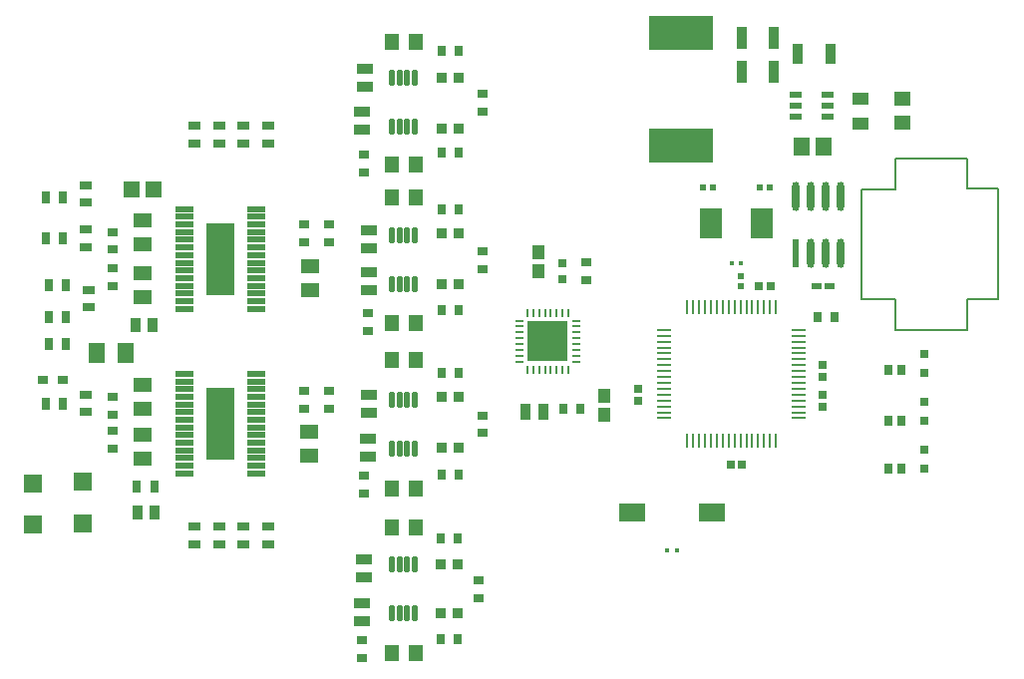
<source format=gtp>
G04*
G04 #@! TF.GenerationSoftware,Altium Limited,Altium Designer,22.9.1 (49)*
G04*
G04 Layer_Color=8421504*
%FSLAX24Y24*%
%MOIN*%
G70*
G04*
G04 #@! TF.SameCoordinates,1C4C81CE-4E44-4544-AACE-53C2D62CD198*
G04*
G04*
G04 #@! TF.FilePolarity,Positive*
G04*
G01*
G75*
%ADD15C,0.0070*%
%ADD17R,0.0295X0.0394*%
%ADD18R,0.0394X0.0295*%
%ADD19R,0.0600X0.0600*%
%ADD20R,0.0377X0.0497*%
G04:AMPARAMS|DCode=21|XSize=9.8mil|YSize=27.6mil|CornerRadius=2mil|HoleSize=0mil|Usage=FLASHONLY|Rotation=180.000|XOffset=0mil|YOffset=0mil|HoleType=Round|Shape=RoundedRectangle|*
%AMROUNDEDRECTD21*
21,1,0.0098,0.0236,0,0,180.0*
21,1,0.0059,0.0276,0,0,180.0*
1,1,0.0039,-0.0030,0.0118*
1,1,0.0039,0.0030,0.0118*
1,1,0.0039,0.0030,-0.0118*
1,1,0.0039,-0.0030,-0.0118*
%
%ADD21ROUNDEDRECTD21*%
G04:AMPARAMS|DCode=22|XSize=9.8mil|YSize=27.6mil|CornerRadius=2mil|HoleSize=0mil|Usage=FLASHONLY|Rotation=90.000|XOffset=0mil|YOffset=0mil|HoleType=Round|Shape=RoundedRectangle|*
%AMROUNDEDRECTD22*
21,1,0.0098,0.0236,0,0,90.0*
21,1,0.0059,0.0276,0,0,90.0*
1,1,0.0039,0.0118,0.0030*
1,1,0.0039,0.0118,-0.0030*
1,1,0.0039,-0.0118,-0.0030*
1,1,0.0039,-0.0118,0.0030*
%
%ADD22ROUNDEDRECTD22*%
%ADD23R,0.0315X0.0315*%
%ADD24R,0.0394X0.0315*%
%ADD25R,0.0354X0.0315*%
%ADD26R,0.0533X0.0710*%
%ADD27R,0.0613X0.0500*%
%ADD28R,0.0354X0.0315*%
%ADD29R,0.0368X0.0379*%
%ADD30R,0.0315X0.0354*%
G04:AMPARAMS|DCode=31|XSize=17.7mil|YSize=63mil|CornerRadius=1.9mil|HoleSize=0mil|Usage=FLASHONLY|Rotation=90.000|XOffset=0mil|YOffset=0mil|HoleType=Round|Shape=RoundedRectangle|*
%AMROUNDEDRECTD31*
21,1,0.0177,0.0591,0,0,90.0*
21,1,0.0138,0.0630,0,0,90.0*
1,1,0.0039,0.0295,0.0069*
1,1,0.0039,0.0295,-0.0069*
1,1,0.0039,-0.0295,-0.0069*
1,1,0.0039,-0.0295,0.0069*
%
%ADD31ROUNDEDRECTD31*%
G04:AMPARAMS|DCode=32|XSize=94.5mil|YSize=242.9mil|CornerRadius=1.9mil|HoleSize=0mil|Usage=FLASHONLY|Rotation=0.000|XOffset=0mil|YOffset=0mil|HoleType=Round|Shape=RoundedRectangle|*
%AMROUNDEDRECTD32*
21,1,0.0945,0.2391,0,0,0.0*
21,1,0.0907,0.2429,0,0,0.0*
1,1,0.0038,0.0454,-0.1196*
1,1,0.0038,-0.0454,-0.1196*
1,1,0.0038,-0.0454,0.1196*
1,1,0.0038,0.0454,0.1196*
%
%ADD32ROUNDEDRECTD32*%
%ADD33R,0.0094X0.0492*%
%ADD34R,0.0492X0.0094*%
%ADD35R,0.0374X0.0217*%
%ADD36R,0.0576X0.0494*%
%ADD37R,0.0906X0.0591*%
%ADD38R,0.0354X0.0748*%
%ADD39R,0.2165X0.1181*%
%ADD40R,0.0276X0.0335*%
%ADD41R,0.0535X0.0575*%
%ADD42R,0.0554X0.0615*%
%ADD43R,0.0374X0.0669*%
%ADD44R,0.0433X0.0236*%
G04:AMPARAMS|DCode=45|XSize=97.4mil|YSize=24.5mil|CornerRadius=12.2mil|HoleSize=0mil|Usage=FLASHONLY|Rotation=90.000|XOffset=0mil|YOffset=0mil|HoleType=Round|Shape=RoundedRectangle|*
%AMROUNDEDRECTD45*
21,1,0.0974,0.0000,0,0,90.0*
21,1,0.0729,0.0245,0,0,90.0*
1,1,0.0245,0.0000,0.0365*
1,1,0.0245,0.0000,-0.0365*
1,1,0.0245,0.0000,-0.0365*
1,1,0.0245,0.0000,0.0365*
%
%ADD45ROUNDEDRECTD45*%
%ADD46R,0.0245X0.0974*%
%ADD47R,0.0531X0.0374*%
G04:AMPARAMS|DCode=48|XSize=17.7mil|YSize=51.2mil|CornerRadius=4.4mil|HoleSize=0mil|Usage=FLASHONLY|Rotation=180.000|XOffset=0mil|YOffset=0mil|HoleType=Round|Shape=RoundedRectangle|*
%AMROUNDEDRECTD48*
21,1,0.0177,0.0423,0,0,180.0*
21,1,0.0089,0.0512,0,0,180.0*
1,1,0.0089,-0.0044,0.0212*
1,1,0.0089,0.0044,0.0212*
1,1,0.0089,0.0044,-0.0212*
1,1,0.0089,-0.0044,-0.0212*
%
%ADD48ROUNDEDRECTD48*%
G04:AMPARAMS|DCode=49|XSize=17.7mil|YSize=51.2mil|CornerRadius=4.4mil|HoleSize=0mil|Usage=FLASHONLY|Rotation=180.000|XOffset=0mil|YOffset=0mil|HoleType=Round|Shape=RoundedRectangle|*
%AMROUNDEDRECTD49*
21,1,0.0177,0.0423,0,0,180.0*
21,1,0.0089,0.0512,0,0,180.0*
1,1,0.0089,-0.0044,0.0212*
1,1,0.0089,0.0044,0.0212*
1,1,0.0089,0.0044,-0.0212*
1,1,0.0089,-0.0044,-0.0212*
%
%ADD49ROUNDEDRECTD49*%
%ADD50R,0.0283X0.0299*%
%ADD51R,0.1358X0.1358*%
%ADD52R,0.0299X0.0283*%
%ADD53R,0.0354X0.0295*%
%ADD54R,0.0472X0.0571*%
%ADD55R,0.0398X0.0476*%
%ADD56R,0.0374X0.0531*%
%ADD57R,0.0217X0.0236*%
%ADD58R,0.0748X0.1024*%
%ADD59R,0.0177X0.0177*%
%ADD60R,0.0220X0.0205*%
%ADD61R,0.0276X0.0256*%
%ADD62R,0.0551X0.0394*%
D15*
X48066Y28296D02*
X49116D01*
X48066Y24596D02*
X49116D01*
X44526Y28286D02*
X45676D01*
X44526Y24606D02*
X45676D01*
X48066Y28296D02*
Y29321D01*
X45666D02*
X48066D01*
X45666Y23571D02*
X48066D01*
Y24596D01*
X44526Y24606D02*
Y28286D01*
X45666Y28296D02*
Y29321D01*
Y23571D02*
Y24596D01*
X49116D02*
Y28296D01*
X22750Y21356D02*
Y21023D01*
X22816Y20956D01*
X22950D01*
X23016Y21023D01*
Y21356D01*
X23416D02*
X23150D01*
Y21156D01*
X23283Y21223D01*
X23349D01*
X23416Y21156D01*
Y21023D01*
X23349Y20956D01*
X23216D01*
X23150Y21023D01*
X22750Y26863D02*
Y26530D01*
X22816Y26463D01*
X22950D01*
X23016Y26530D01*
Y26863D01*
X23349Y26463D02*
Y26863D01*
X23150Y26663D01*
X23416D01*
D17*
X17951Y25059D02*
D03*
X17361D02*
D03*
X17851Y21122D02*
D03*
X17261D02*
D03*
X17951Y23094D02*
D03*
X17361D02*
D03*
X20895Y18350D02*
D03*
X20305D02*
D03*
X17261Y28012D02*
D03*
X17851D02*
D03*
X17261Y26634D02*
D03*
X17851D02*
D03*
X17355Y24000D02*
D03*
X17945D02*
D03*
D18*
X18700Y24327D02*
D03*
Y24917D02*
D03*
X18600Y21417D02*
D03*
Y20827D02*
D03*
Y27833D02*
D03*
Y28423D02*
D03*
Y26355D02*
D03*
Y26945D02*
D03*
D19*
X16850Y17075D02*
D03*
Y18455D02*
D03*
X18500Y18490D02*
D03*
Y17110D02*
D03*
D20*
X20909Y17484D02*
D03*
X20336D02*
D03*
X20841Y23750D02*
D03*
X20268D02*
D03*
D21*
X33361Y24145D02*
D03*
X33558D02*
D03*
Y22255D02*
D03*
X33361D02*
D03*
X34739D02*
D03*
X33755Y24145D02*
D03*
X33952D02*
D03*
X34148D02*
D03*
X34345D02*
D03*
X34542D02*
D03*
X34739D02*
D03*
X33755Y22255D02*
D03*
X33952D02*
D03*
X34148D02*
D03*
X34345D02*
D03*
X34542D02*
D03*
D22*
X33105Y22511D02*
D03*
Y22708D02*
D03*
Y23692D02*
D03*
Y23889D02*
D03*
X34995D02*
D03*
Y22905D02*
D03*
Y22708D02*
D03*
X33105Y23298D02*
D03*
Y23495D02*
D03*
Y22905D02*
D03*
Y23102D02*
D03*
X34995Y23298D02*
D03*
Y23495D02*
D03*
Y23692D02*
D03*
Y22511D02*
D03*
Y23102D02*
D03*
D23*
X46650Y22125D02*
D03*
Y22775D02*
D03*
Y19575D02*
D03*
Y18925D02*
D03*
Y21175D02*
D03*
Y20525D02*
D03*
D24*
X23884Y16995D02*
D03*
Y16405D02*
D03*
X22250Y30395D02*
D03*
Y29805D02*
D03*
X23067Y30395D02*
D03*
Y29805D02*
D03*
X23884Y30395D02*
D03*
Y29805D02*
D03*
X24702Y16409D02*
D03*
Y17000D02*
D03*
X23067Y16405D02*
D03*
Y16995D02*
D03*
X22250Y16409D02*
D03*
Y17000D02*
D03*
X24702Y30395D02*
D03*
Y29805D02*
D03*
D25*
X17158Y21901D02*
D03*
X17827D02*
D03*
D26*
X18968Y22800D02*
D03*
X19932D02*
D03*
D27*
X26069Y20175D02*
D03*
Y19373D02*
D03*
X26110Y25723D02*
D03*
Y24921D02*
D03*
X20500Y26436D02*
D03*
Y27238D02*
D03*
Y20064D02*
D03*
Y19262D02*
D03*
Y20936D02*
D03*
Y21738D02*
D03*
Y25489D02*
D03*
Y24687D02*
D03*
D28*
X25900Y26505D02*
D03*
Y27095D02*
D03*
X31882Y20131D02*
D03*
Y20721D02*
D03*
Y30873D02*
D03*
Y25614D02*
D03*
X31750Y14605D02*
D03*
X26750Y21545D02*
D03*
Y20955D02*
D03*
X19500Y26265D02*
D03*
Y26856D02*
D03*
X31750Y15195D02*
D03*
X35323Y25255D02*
D03*
Y25845D02*
D03*
X26750Y27095D02*
D03*
Y26505D02*
D03*
X19500Y25055D02*
D03*
Y25645D02*
D03*
Y21329D02*
D03*
Y20739D02*
D03*
Y19621D02*
D03*
Y20211D02*
D03*
X25900Y20955D02*
D03*
Y21545D02*
D03*
X31882Y31464D02*
D03*
Y26205D02*
D03*
D29*
X31064Y30323D02*
D03*
Y25109D02*
D03*
Y19626D02*
D03*
X31032Y14100D02*
D03*
X31064Y32023D02*
D03*
X30500D02*
D03*
Y30323D02*
D03*
X31064Y26809D02*
D03*
X30500D02*
D03*
Y25109D02*
D03*
X31064Y21326D02*
D03*
X30500D02*
D03*
Y19626D02*
D03*
X31032Y15750D02*
D03*
X30468D02*
D03*
Y14100D02*
D03*
D30*
X31077Y29523D02*
D03*
Y24250D02*
D03*
Y18726D02*
D03*
X31045Y13250D02*
D03*
X43055Y24000D02*
D03*
X43645D02*
D03*
X30455Y13250D02*
D03*
X30487Y18726D02*
D03*
Y29523D02*
D03*
Y24250D02*
D03*
X34555Y20950D02*
D03*
X35145D02*
D03*
X31077Y22126D02*
D03*
X30487D02*
D03*
Y32923D02*
D03*
X31077D02*
D03*
X30487Y27609D02*
D03*
X31077D02*
D03*
X31045Y16600D02*
D03*
X30455D02*
D03*
D31*
X21898Y22106D02*
D03*
Y21850D02*
D03*
Y19036D02*
D03*
Y18780D02*
D03*
X24300Y20059D02*
D03*
Y20827D02*
D03*
X21898Y20315D02*
D03*
X24300D02*
D03*
X21898Y20571D02*
D03*
X24300D02*
D03*
Y22106D02*
D03*
Y21850D02*
D03*
Y21595D02*
D03*
Y18780D02*
D03*
Y19036D02*
D03*
Y19291D02*
D03*
Y21083D02*
D03*
Y19803D02*
D03*
X21898Y20827D02*
D03*
Y20059D02*
D03*
X24300Y21339D02*
D03*
Y19547D02*
D03*
X21898Y19291D02*
D03*
Y21595D02*
D03*
Y19803D02*
D03*
Y21083D02*
D03*
Y21339D02*
D03*
Y19547D02*
D03*
Y25054D02*
D03*
Y26846D02*
D03*
Y26590D02*
D03*
Y25310D02*
D03*
Y27102D02*
D03*
Y24798D02*
D03*
X24300Y26334D02*
D03*
Y25566D02*
D03*
X21898Y24287D02*
D03*
Y24543D02*
D03*
Y27357D02*
D03*
Y27613D02*
D03*
X24300Y25822D02*
D03*
X21898D02*
D03*
X24300Y26078D02*
D03*
X21898D02*
D03*
X24300Y27613D02*
D03*
Y27357D02*
D03*
Y27102D02*
D03*
Y24287D02*
D03*
Y24543D02*
D03*
Y24798D02*
D03*
Y26590D02*
D03*
Y25310D02*
D03*
X21898Y26334D02*
D03*
Y25566D02*
D03*
X24300Y26846D02*
D03*
Y25054D02*
D03*
D32*
X23099Y20443D02*
D03*
Y25950D02*
D03*
D33*
X41670Y19857D02*
D03*
X41474D02*
D03*
X41277D02*
D03*
X41080D02*
D03*
X40883D02*
D03*
X40686D02*
D03*
X40489D02*
D03*
X40293D02*
D03*
X40096D02*
D03*
X39899D02*
D03*
X39702D02*
D03*
X39505D02*
D03*
X39308D02*
D03*
X39111D02*
D03*
X38915D02*
D03*
X38718D02*
D03*
X41670Y24346D02*
D03*
X41474D02*
D03*
X41277D02*
D03*
X41080D02*
D03*
X40883D02*
D03*
X40686D02*
D03*
X40489D02*
D03*
X40293D02*
D03*
X40096D02*
D03*
X39899D02*
D03*
X39702D02*
D03*
X39505D02*
D03*
X39308D02*
D03*
X38915D02*
D03*
X38718D02*
D03*
X39111D02*
D03*
D34*
X42438Y20625D02*
D03*
Y20822D02*
D03*
Y21019D02*
D03*
Y21216D02*
D03*
Y21413D02*
D03*
Y21609D02*
D03*
Y21806D02*
D03*
Y22003D02*
D03*
Y22200D02*
D03*
Y22397D02*
D03*
Y22594D02*
D03*
Y22791D02*
D03*
Y22987D02*
D03*
Y23184D02*
D03*
Y23381D02*
D03*
Y23578D02*
D03*
X37950D02*
D03*
Y23381D02*
D03*
Y23184D02*
D03*
Y22987D02*
D03*
Y22200D02*
D03*
Y22003D02*
D03*
Y21806D02*
D03*
Y21609D02*
D03*
Y21413D02*
D03*
Y21216D02*
D03*
Y21019D02*
D03*
Y20822D02*
D03*
Y20625D02*
D03*
Y22397D02*
D03*
Y22594D02*
D03*
Y22791D02*
D03*
D35*
X43024Y25050D02*
D03*
X43476D02*
D03*
D36*
X45900Y31304D02*
D03*
Y30496D02*
D03*
D37*
X39519Y17486D02*
D03*
X36881D02*
D03*
D38*
X41585Y33335D02*
D03*
X40522D02*
D03*
X41608Y32192D02*
D03*
X40545D02*
D03*
D39*
X38515Y29753D02*
D03*
Y33493D02*
D03*
D40*
X45876Y18925D02*
D03*
X45424D02*
D03*
X45876Y20525D02*
D03*
X45424D02*
D03*
X45876Y22225D02*
D03*
X45424D02*
D03*
D41*
X20863Y28271D02*
D03*
X20133D02*
D03*
D42*
X43280Y29718D02*
D03*
X42531D02*
D03*
D43*
X42385Y32794D02*
D03*
X43487D02*
D03*
D44*
X42350Y31076D02*
D03*
X43413Y31450D02*
D03*
X42350D02*
D03*
X43413Y31072D02*
D03*
Y30702D02*
D03*
X42350D02*
D03*
D45*
X42850Y26149D02*
D03*
Y28051D02*
D03*
X42350D02*
D03*
X43350D02*
D03*
X43850D02*
D03*
X43350Y26149D02*
D03*
X43850D02*
D03*
D46*
X42350D02*
D03*
D47*
X27850Y13845D02*
D03*
Y14455D02*
D03*
X28050Y19345D02*
D03*
Y19955D02*
D03*
X28077Y20795D02*
D03*
Y21405D02*
D03*
X27850Y30888D02*
D03*
Y30278D02*
D03*
X27900Y15905D02*
D03*
Y15295D02*
D03*
X27950Y31695D02*
D03*
Y32305D02*
D03*
X28077Y24911D02*
D03*
Y25521D02*
D03*
Y26905D02*
D03*
Y26295D02*
D03*
D48*
X29091Y26751D02*
D03*
X29603Y25098D02*
D03*
X28835Y26751D02*
D03*
Y25098D02*
D03*
X29091D02*
D03*
X29347D02*
D03*
Y26751D02*
D03*
X29091Y21251D02*
D03*
X29603Y19598D02*
D03*
X28835Y21251D02*
D03*
Y19598D02*
D03*
X29091D02*
D03*
X29347D02*
D03*
Y21251D02*
D03*
X29091Y15744D02*
D03*
X29603Y14090D02*
D03*
X28835Y15744D02*
D03*
Y14090D02*
D03*
X29091D02*
D03*
X29347Y15744D02*
D03*
Y14090D02*
D03*
Y30366D02*
D03*
Y32019D02*
D03*
X29091Y30366D02*
D03*
X28835D02*
D03*
Y32019D02*
D03*
X29603Y30366D02*
D03*
X29091Y32019D02*
D03*
D49*
X29603Y26751D02*
D03*
Y21251D02*
D03*
Y15744D02*
D03*
Y32019D02*
D03*
D50*
X43250Y22007D02*
D03*
Y22393D02*
D03*
X37063Y21219D02*
D03*
Y21605D02*
D03*
X43250Y21007D02*
D03*
Y21393D02*
D03*
D51*
X34050Y23200D02*
D03*
D52*
X40157Y19078D02*
D03*
X40543D02*
D03*
X41107Y25050D02*
D03*
X41493D02*
D03*
D53*
X27900Y28845D02*
D03*
Y29455D02*
D03*
X28050Y23545D02*
D03*
Y24155D02*
D03*
X27850Y13205D02*
D03*
Y12595D02*
D03*
X27900Y18705D02*
D03*
Y18095D02*
D03*
D54*
X29626Y18276D02*
D03*
X28838D02*
D03*
Y23809D02*
D03*
X29626D02*
D03*
Y22576D02*
D03*
X28838D02*
D03*
X28837Y28009D02*
D03*
X29625D02*
D03*
X29626Y12776D02*
D03*
X28838D02*
D03*
X29626Y29123D02*
D03*
X28838D02*
D03*
Y16976D02*
D03*
X29626D02*
D03*
X28838Y33223D02*
D03*
X29626D02*
D03*
D55*
X33723Y26181D02*
D03*
Y25550D02*
D03*
X35950Y21366D02*
D03*
Y20734D02*
D03*
D56*
X33895Y20850D02*
D03*
X33305D02*
D03*
D57*
X40500Y25367D02*
D03*
Y25033D02*
D03*
D58*
X39504Y27150D02*
D03*
X41196D02*
D03*
D59*
X40193Y25800D02*
D03*
X40507D02*
D03*
X38043Y16200D02*
D03*
X38357D02*
D03*
D60*
X39554Y28350D02*
D03*
X39246D02*
D03*
X41146D02*
D03*
X41454D02*
D03*
D61*
X34523Y25816D02*
D03*
Y25284D02*
D03*
D62*
X44500Y30473D02*
D03*
Y31300D02*
D03*
M02*

</source>
